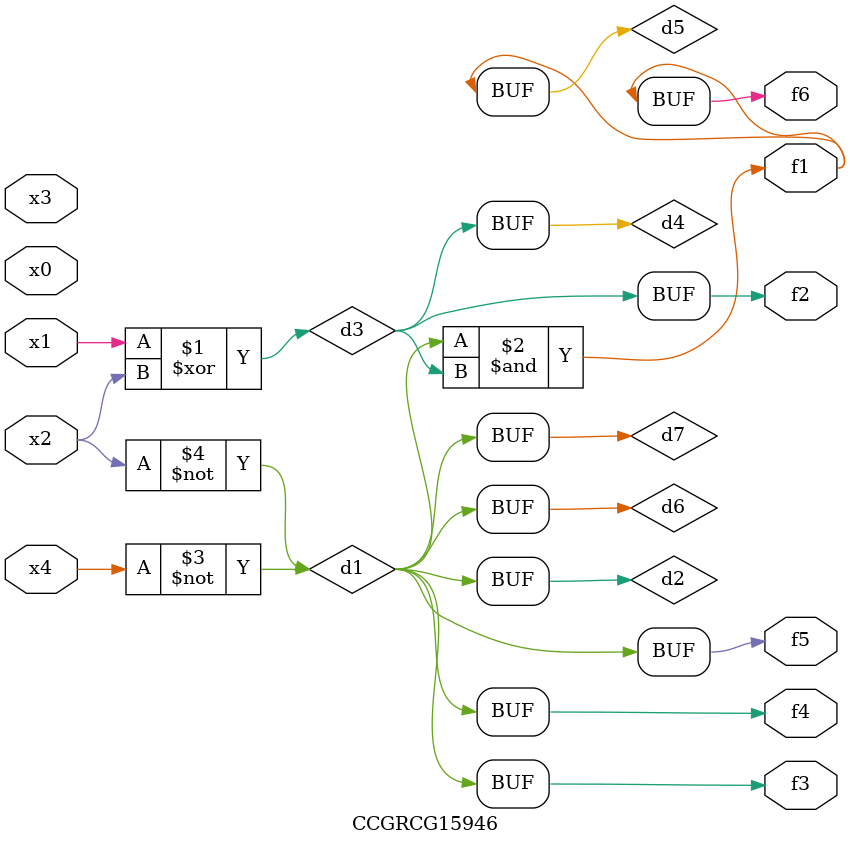
<source format=v>
module CCGRCG15946(
	input x0, x1, x2, x3, x4,
	output f1, f2, f3, f4, f5, f6
);

	wire d1, d2, d3, d4, d5, d6, d7;

	not (d1, x4);
	not (d2, x2);
	xor (d3, x1, x2);
	buf (d4, d3);
	and (d5, d1, d3);
	buf (d6, d1, d2);
	buf (d7, d2);
	assign f1 = d5;
	assign f2 = d4;
	assign f3 = d7;
	assign f4 = d7;
	assign f5 = d7;
	assign f6 = d5;
endmodule

</source>
